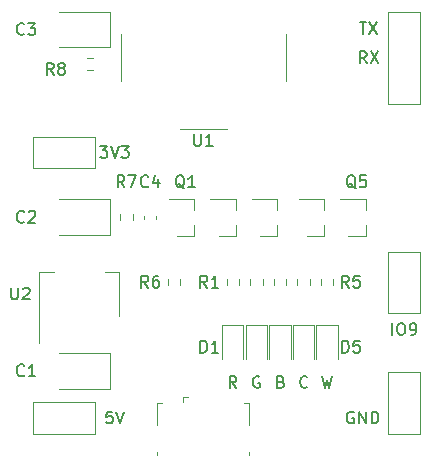
<source format=gto>
G04 #@! TF.GenerationSoftware,KiCad,Pcbnew,5.1.10-88a1d61d58~90~ubuntu20.04.1*
G04 #@! TF.CreationDate,2021-11-08T15:05:55+08:00*
G04 #@! TF.ProjectId,esp32-c3-test,65737033-322d-4633-932d-746573742e6b,rev?*
G04 #@! TF.SameCoordinates,Original*
G04 #@! TF.FileFunction,Legend,Top*
G04 #@! TF.FilePolarity,Positive*
%FSLAX46Y46*%
G04 Gerber Fmt 4.6, Leading zero omitted, Abs format (unit mm)*
G04 Created by KiCad (PCBNEW 5.1.10-88a1d61d58~90~ubuntu20.04.1) date 2021-11-08 15:05:55*
%MOMM*%
%LPD*%
G01*
G04 APERTURE LIST*
%ADD10C,0.150000*%
%ADD11C,0.120000*%
%ADD12C,0.100000*%
%ADD13R,0.400000X0.800000*%
%ADD14R,0.700000X0.700000*%
%ADD15R,0.800000X0.400000*%
%ADD16R,1.450000X1.450000*%
%ADD17O,1.700000X1.700000*%
%ADD18R,0.900000X0.800000*%
%ADD19R,1.500000X2.000000*%
%ADD20R,3.800000X2.000000*%
%ADD21R,1.200000X1.900000*%
%ADD22O,1.200000X1.900000*%
%ADD23R,1.500000X1.900000*%
%ADD24C,1.450000*%
%ADD25R,0.400000X1.350000*%
G04 APERTURE END LIST*
D10*
X112738095Y-91000000D02*
X112642857Y-90952380D01*
X112500000Y-90952380D01*
X112357142Y-91000000D01*
X112261904Y-91095238D01*
X112214285Y-91190476D01*
X112166666Y-91380952D01*
X112166666Y-91523809D01*
X112214285Y-91714285D01*
X112261904Y-91809523D01*
X112357142Y-91904761D01*
X112500000Y-91952380D01*
X112595238Y-91952380D01*
X112738095Y-91904761D01*
X112785714Y-91857142D01*
X112785714Y-91523809D01*
X112595238Y-91523809D01*
X113214285Y-91952380D02*
X113214285Y-90952380D01*
X113785714Y-91952380D01*
X113785714Y-90952380D01*
X114261904Y-91952380D02*
X114261904Y-90952380D01*
X114500000Y-90952380D01*
X114642857Y-91000000D01*
X114738095Y-91095238D01*
X114785714Y-91190476D01*
X114833333Y-91380952D01*
X114833333Y-91523809D01*
X114785714Y-91714285D01*
X114738095Y-91809523D01*
X114642857Y-91904761D01*
X114500000Y-91952380D01*
X114261904Y-91952380D01*
X110071428Y-87952380D02*
X110309523Y-88952380D01*
X110500000Y-88238095D01*
X110690476Y-88952380D01*
X110928571Y-87952380D01*
X108809523Y-88857142D02*
X108761904Y-88904761D01*
X108619047Y-88952380D01*
X108523809Y-88952380D01*
X108380952Y-88904761D01*
X108285714Y-88809523D01*
X108238095Y-88714285D01*
X108190476Y-88523809D01*
X108190476Y-88380952D01*
X108238095Y-88190476D01*
X108285714Y-88095238D01*
X108380952Y-88000000D01*
X108523809Y-87952380D01*
X108619047Y-87952380D01*
X108761904Y-88000000D01*
X108809523Y-88047619D01*
X106571428Y-88428571D02*
X106714285Y-88476190D01*
X106761904Y-88523809D01*
X106809523Y-88619047D01*
X106809523Y-88761904D01*
X106761904Y-88857142D01*
X106714285Y-88904761D01*
X106619047Y-88952380D01*
X106238095Y-88952380D01*
X106238095Y-87952380D01*
X106571428Y-87952380D01*
X106666666Y-88000000D01*
X106714285Y-88047619D01*
X106761904Y-88142857D01*
X106761904Y-88238095D01*
X106714285Y-88333333D01*
X106666666Y-88380952D01*
X106571428Y-88428571D01*
X106238095Y-88428571D01*
X104761904Y-88000000D02*
X104666666Y-87952380D01*
X104523809Y-87952380D01*
X104380952Y-88000000D01*
X104285714Y-88095238D01*
X104238095Y-88190476D01*
X104190476Y-88380952D01*
X104190476Y-88523809D01*
X104238095Y-88714285D01*
X104285714Y-88809523D01*
X104380952Y-88904761D01*
X104523809Y-88952380D01*
X104619047Y-88952380D01*
X104761904Y-88904761D01*
X104809523Y-88857142D01*
X104809523Y-88523809D01*
X104619047Y-88523809D01*
X102809523Y-88952380D02*
X102476190Y-88476190D01*
X102238095Y-88952380D02*
X102238095Y-87952380D01*
X102619047Y-87952380D01*
X102714285Y-88000000D01*
X102761904Y-88047619D01*
X102809523Y-88142857D01*
X102809523Y-88285714D01*
X102761904Y-88380952D01*
X102714285Y-88428571D01*
X102619047Y-88476190D01*
X102238095Y-88476190D01*
X92309523Y-90952380D02*
X91833333Y-90952380D01*
X91785714Y-91428571D01*
X91833333Y-91380952D01*
X91928571Y-91333333D01*
X92166666Y-91333333D01*
X92261904Y-91380952D01*
X92309523Y-91428571D01*
X92357142Y-91523809D01*
X92357142Y-91761904D01*
X92309523Y-91857142D01*
X92261904Y-91904761D01*
X92166666Y-91952380D01*
X91928571Y-91952380D01*
X91833333Y-91904761D01*
X91785714Y-91857142D01*
X92642857Y-90952380D02*
X92976190Y-91952380D01*
X93309523Y-90952380D01*
X91261904Y-68452380D02*
X91880952Y-68452380D01*
X91547619Y-68833333D01*
X91690476Y-68833333D01*
X91785714Y-68880952D01*
X91833333Y-68928571D01*
X91880952Y-69023809D01*
X91880952Y-69261904D01*
X91833333Y-69357142D01*
X91785714Y-69404761D01*
X91690476Y-69452380D01*
X91404761Y-69452380D01*
X91309523Y-69404761D01*
X91261904Y-69357142D01*
X92166666Y-68452380D02*
X92500000Y-69452380D01*
X92833333Y-68452380D01*
X93071428Y-68452380D02*
X93690476Y-68452380D01*
X93357142Y-68833333D01*
X93500000Y-68833333D01*
X93595238Y-68880952D01*
X93642857Y-68928571D01*
X93690476Y-69023809D01*
X93690476Y-69261904D01*
X93642857Y-69357142D01*
X93595238Y-69404761D01*
X93500000Y-69452380D01*
X93214285Y-69452380D01*
X93119047Y-69404761D01*
X93071428Y-69357142D01*
X116000000Y-84452380D02*
X116000000Y-83452380D01*
X116666666Y-83452380D02*
X116857142Y-83452380D01*
X116952380Y-83500000D01*
X117047619Y-83595238D01*
X117095238Y-83785714D01*
X117095238Y-84119047D01*
X117047619Y-84309523D01*
X116952380Y-84404761D01*
X116857142Y-84452380D01*
X116666666Y-84452380D01*
X116571428Y-84404761D01*
X116476190Y-84309523D01*
X116428571Y-84119047D01*
X116428571Y-83785714D01*
X116476190Y-83595238D01*
X116571428Y-83500000D01*
X116666666Y-83452380D01*
X117571428Y-84452380D02*
X117761904Y-84452380D01*
X117857142Y-84404761D01*
X117904761Y-84357142D01*
X118000000Y-84214285D01*
X118047619Y-84023809D01*
X118047619Y-83642857D01*
X118000000Y-83547619D01*
X117952380Y-83500000D01*
X117857142Y-83452380D01*
X117666666Y-83452380D01*
X117571428Y-83500000D01*
X117523809Y-83547619D01*
X117476190Y-83642857D01*
X117476190Y-83880952D01*
X117523809Y-83976190D01*
X117571428Y-84023809D01*
X117666666Y-84071428D01*
X117857142Y-84071428D01*
X117952380Y-84023809D01*
X118000000Y-83976190D01*
X118047619Y-83880952D01*
X113238095Y-57952380D02*
X113809523Y-57952380D01*
X113523809Y-58952380D02*
X113523809Y-57952380D01*
X114047619Y-57952380D02*
X114714285Y-58952380D01*
X114714285Y-57952380D02*
X114047619Y-58952380D01*
X113833333Y-61452380D02*
X113500000Y-60976190D01*
X113261904Y-61452380D02*
X113261904Y-60452380D01*
X113642857Y-60452380D01*
X113738095Y-60500000D01*
X113785714Y-60547619D01*
X113833333Y-60642857D01*
X113833333Y-60785714D01*
X113785714Y-60880952D01*
X113738095Y-60928571D01*
X113642857Y-60976190D01*
X113261904Y-60976190D01*
X114166666Y-60452380D02*
X114833333Y-61452380D01*
X114833333Y-60452380D02*
X114166666Y-61452380D01*
D11*
X93000000Y-59000000D02*
X93000000Y-63000000D01*
X98000000Y-67000000D02*
X102000000Y-67000000D01*
X107000000Y-59000000D02*
X107000000Y-63000000D01*
X118330000Y-87630000D02*
X115670000Y-87630000D01*
X118330000Y-92830000D02*
X118330000Y-87630000D01*
X115670000Y-92830000D02*
X115670000Y-87630000D01*
X118330000Y-92830000D02*
X115670000Y-92830000D01*
X85630000Y-67670000D02*
X85630000Y-70330000D01*
X90830000Y-67670000D02*
X85630000Y-67670000D01*
X90830000Y-70330000D02*
X85630000Y-70330000D01*
X90830000Y-67670000D02*
X90830000Y-70330000D01*
X85630000Y-90170000D02*
X85630000Y-92830000D01*
X90830000Y-90170000D02*
X85630000Y-90170000D01*
X90830000Y-92830000D02*
X85630000Y-92830000D01*
X90830000Y-90170000D02*
X90830000Y-92830000D01*
X118330000Y-77400000D02*
X115670000Y-77400000D01*
X118330000Y-82600000D02*
X118330000Y-77400000D01*
X115670000Y-82600000D02*
X115670000Y-77400000D01*
X118330000Y-82600000D02*
X115670000Y-82600000D01*
X87750000Y-76010000D02*
X92135000Y-76010000D01*
X92135000Y-76010000D02*
X92135000Y-72990000D01*
X92135000Y-72990000D02*
X87750000Y-72990000D01*
X87750000Y-89010000D02*
X92135000Y-89010000D01*
X92135000Y-89010000D02*
X92135000Y-85990000D01*
X92135000Y-85990000D02*
X87750000Y-85990000D01*
X87750000Y-60110000D02*
X92135000Y-60110000D01*
X92135000Y-60110000D02*
X92135000Y-57090000D01*
X92135000Y-57090000D02*
X87750000Y-57090000D01*
X115670000Y-64870000D02*
X118330000Y-64870000D01*
X115670000Y-57130000D02*
X115670000Y-64870000D01*
X118330000Y-57130000D02*
X118330000Y-64870000D01*
X115670000Y-57130000D02*
X118330000Y-57130000D01*
X90667224Y-62022500D02*
X90157776Y-62022500D01*
X90667224Y-60977500D02*
X90157776Y-60977500D01*
X96010000Y-74353733D02*
X96010000Y-74646267D01*
X94990000Y-74353733D02*
X94990000Y-74646267D01*
X92977500Y-74754724D02*
X92977500Y-74245276D01*
X94022500Y-74754724D02*
X94022500Y-74245276D01*
X113760000Y-76080000D02*
X113760000Y-75150000D01*
X113760000Y-72920000D02*
X113760000Y-73850000D01*
X113760000Y-72920000D02*
X111600000Y-72920000D01*
X113760000Y-76080000D02*
X112300000Y-76080000D01*
X110260000Y-76080000D02*
X110260000Y-75150000D01*
X110260000Y-72920000D02*
X110260000Y-73850000D01*
X110260000Y-72920000D02*
X108100000Y-72920000D01*
X110260000Y-76080000D02*
X108800000Y-76080000D01*
X106260000Y-76080000D02*
X106260000Y-75150000D01*
X106260000Y-72920000D02*
X106260000Y-73850000D01*
X106260000Y-72920000D02*
X104100000Y-72920000D01*
X106260000Y-76080000D02*
X104800000Y-76080000D01*
X102760000Y-76080000D02*
X102760000Y-75150000D01*
X102760000Y-72920000D02*
X102760000Y-73850000D01*
X102760000Y-72920000D02*
X100600000Y-72920000D01*
X102760000Y-76080000D02*
X101300000Y-76080000D01*
X99260000Y-76080000D02*
X99260000Y-75150000D01*
X99260000Y-72920000D02*
X99260000Y-73850000D01*
X99260000Y-72920000D02*
X97100000Y-72920000D01*
X99260000Y-76080000D02*
X97800000Y-76080000D01*
X92910000Y-79090000D02*
X91650000Y-79090000D01*
X86090000Y-79090000D02*
X87350000Y-79090000D01*
X92910000Y-82850000D02*
X92910000Y-79090000D01*
X86090000Y-85100000D02*
X86090000Y-79090000D01*
X109977500Y-80254724D02*
X109977500Y-79745276D01*
X111022500Y-80254724D02*
X111022500Y-79745276D01*
X107977500Y-80254724D02*
X107977500Y-79745276D01*
X109022500Y-80254724D02*
X109022500Y-79745276D01*
X105977500Y-80254724D02*
X105977500Y-79745276D01*
X107022500Y-80254724D02*
X107022500Y-79745276D01*
X103977500Y-80254724D02*
X103977500Y-79745276D01*
X105022500Y-80254724D02*
X105022500Y-79745276D01*
X101977500Y-80254724D02*
X101977500Y-79745276D01*
X103022500Y-80254724D02*
X103022500Y-79745276D01*
X98022500Y-79745276D02*
X98022500Y-80254724D01*
X96977500Y-79745276D02*
X96977500Y-80254724D01*
X96100000Y-90237500D02*
X96550000Y-90237500D01*
X96100000Y-92087500D02*
X96100000Y-90237500D01*
X103900000Y-94637500D02*
X103900000Y-94387500D01*
X96100000Y-94637500D02*
X96100000Y-94387500D01*
X103900000Y-92087500D02*
X103900000Y-90237500D01*
X103900000Y-90237500D02*
X103450000Y-90237500D01*
X98300000Y-89687500D02*
X98750000Y-89687500D01*
X98300000Y-89687500D02*
X98300000Y-90137500D01*
X111410000Y-86500000D02*
X111410000Y-83615000D01*
X111410000Y-83615000D02*
X109590000Y-83615000D01*
X109590000Y-83615000D02*
X109590000Y-86500000D01*
X109410000Y-86500000D02*
X109410000Y-83615000D01*
X109410000Y-83615000D02*
X107590000Y-83615000D01*
X107590000Y-83615000D02*
X107590000Y-86500000D01*
X107410000Y-86500000D02*
X107410000Y-83615000D01*
X107410000Y-83615000D02*
X105590000Y-83615000D01*
X105590000Y-83615000D02*
X105590000Y-86500000D01*
X105410000Y-86500000D02*
X105410000Y-83615000D01*
X105410000Y-83615000D02*
X103590000Y-83615000D01*
X103590000Y-83615000D02*
X103590000Y-86500000D01*
X103410000Y-86500000D02*
X103410000Y-83615000D01*
X103410000Y-83615000D02*
X101590000Y-83615000D01*
X101590000Y-83615000D02*
X101590000Y-86500000D01*
D10*
X99238095Y-67452380D02*
X99238095Y-68261904D01*
X99285714Y-68357142D01*
X99333333Y-68404761D01*
X99428571Y-68452380D01*
X99619047Y-68452380D01*
X99714285Y-68404761D01*
X99761904Y-68357142D01*
X99809523Y-68261904D01*
X99809523Y-67452380D01*
X100809523Y-68452380D02*
X100238095Y-68452380D01*
X100523809Y-68452380D02*
X100523809Y-67452380D01*
X100428571Y-67595238D01*
X100333333Y-67690476D01*
X100238095Y-67738095D01*
X84833333Y-74857142D02*
X84785714Y-74904761D01*
X84642857Y-74952380D01*
X84547619Y-74952380D01*
X84404761Y-74904761D01*
X84309523Y-74809523D01*
X84261904Y-74714285D01*
X84214285Y-74523809D01*
X84214285Y-74380952D01*
X84261904Y-74190476D01*
X84309523Y-74095238D01*
X84404761Y-74000000D01*
X84547619Y-73952380D01*
X84642857Y-73952380D01*
X84785714Y-74000000D01*
X84833333Y-74047619D01*
X85214285Y-74047619D02*
X85261904Y-74000000D01*
X85357142Y-73952380D01*
X85595238Y-73952380D01*
X85690476Y-74000000D01*
X85738095Y-74047619D01*
X85785714Y-74142857D01*
X85785714Y-74238095D01*
X85738095Y-74380952D01*
X85166666Y-74952380D01*
X85785714Y-74952380D01*
X84833333Y-87857142D02*
X84785714Y-87904761D01*
X84642857Y-87952380D01*
X84547619Y-87952380D01*
X84404761Y-87904761D01*
X84309523Y-87809523D01*
X84261904Y-87714285D01*
X84214285Y-87523809D01*
X84214285Y-87380952D01*
X84261904Y-87190476D01*
X84309523Y-87095238D01*
X84404761Y-87000000D01*
X84547619Y-86952380D01*
X84642857Y-86952380D01*
X84785714Y-87000000D01*
X84833333Y-87047619D01*
X85785714Y-87952380D02*
X85214285Y-87952380D01*
X85500000Y-87952380D02*
X85500000Y-86952380D01*
X85404761Y-87095238D01*
X85309523Y-87190476D01*
X85214285Y-87238095D01*
X84833333Y-58957142D02*
X84785714Y-59004761D01*
X84642857Y-59052380D01*
X84547619Y-59052380D01*
X84404761Y-59004761D01*
X84309523Y-58909523D01*
X84261904Y-58814285D01*
X84214285Y-58623809D01*
X84214285Y-58480952D01*
X84261904Y-58290476D01*
X84309523Y-58195238D01*
X84404761Y-58100000D01*
X84547619Y-58052380D01*
X84642857Y-58052380D01*
X84785714Y-58100000D01*
X84833333Y-58147619D01*
X85166666Y-58052380D02*
X85785714Y-58052380D01*
X85452380Y-58433333D01*
X85595238Y-58433333D01*
X85690476Y-58480952D01*
X85738095Y-58528571D01*
X85785714Y-58623809D01*
X85785714Y-58861904D01*
X85738095Y-58957142D01*
X85690476Y-59004761D01*
X85595238Y-59052380D01*
X85309523Y-59052380D01*
X85214285Y-59004761D01*
X85166666Y-58957142D01*
X87333333Y-62452380D02*
X87000000Y-61976190D01*
X86761904Y-62452380D02*
X86761904Y-61452380D01*
X87142857Y-61452380D01*
X87238095Y-61500000D01*
X87285714Y-61547619D01*
X87333333Y-61642857D01*
X87333333Y-61785714D01*
X87285714Y-61880952D01*
X87238095Y-61928571D01*
X87142857Y-61976190D01*
X86761904Y-61976190D01*
X87904761Y-61880952D02*
X87809523Y-61833333D01*
X87761904Y-61785714D01*
X87714285Y-61690476D01*
X87714285Y-61642857D01*
X87761904Y-61547619D01*
X87809523Y-61500000D01*
X87904761Y-61452380D01*
X88095238Y-61452380D01*
X88190476Y-61500000D01*
X88238095Y-61547619D01*
X88285714Y-61642857D01*
X88285714Y-61690476D01*
X88238095Y-61785714D01*
X88190476Y-61833333D01*
X88095238Y-61880952D01*
X87904761Y-61880952D01*
X87809523Y-61928571D01*
X87761904Y-61976190D01*
X87714285Y-62071428D01*
X87714285Y-62261904D01*
X87761904Y-62357142D01*
X87809523Y-62404761D01*
X87904761Y-62452380D01*
X88095238Y-62452380D01*
X88190476Y-62404761D01*
X88238095Y-62357142D01*
X88285714Y-62261904D01*
X88285714Y-62071428D01*
X88238095Y-61976190D01*
X88190476Y-61928571D01*
X88095238Y-61880952D01*
X95333333Y-71857142D02*
X95285714Y-71904761D01*
X95142857Y-71952380D01*
X95047619Y-71952380D01*
X94904761Y-71904761D01*
X94809523Y-71809523D01*
X94761904Y-71714285D01*
X94714285Y-71523809D01*
X94714285Y-71380952D01*
X94761904Y-71190476D01*
X94809523Y-71095238D01*
X94904761Y-71000000D01*
X95047619Y-70952380D01*
X95142857Y-70952380D01*
X95285714Y-71000000D01*
X95333333Y-71047619D01*
X96190476Y-71285714D02*
X96190476Y-71952380D01*
X95952380Y-70904761D02*
X95714285Y-71619047D01*
X96333333Y-71619047D01*
X93333333Y-71952380D02*
X93000000Y-71476190D01*
X92761904Y-71952380D02*
X92761904Y-70952380D01*
X93142857Y-70952380D01*
X93238095Y-71000000D01*
X93285714Y-71047619D01*
X93333333Y-71142857D01*
X93333333Y-71285714D01*
X93285714Y-71380952D01*
X93238095Y-71428571D01*
X93142857Y-71476190D01*
X92761904Y-71476190D01*
X93666666Y-70952380D02*
X94333333Y-70952380D01*
X93904761Y-71952380D01*
X112904761Y-72047619D02*
X112809523Y-72000000D01*
X112714285Y-71904761D01*
X112571428Y-71761904D01*
X112476190Y-71714285D01*
X112380952Y-71714285D01*
X112428571Y-71952380D02*
X112333333Y-71904761D01*
X112238095Y-71809523D01*
X112190476Y-71619047D01*
X112190476Y-71285714D01*
X112238095Y-71095238D01*
X112333333Y-71000000D01*
X112428571Y-70952380D01*
X112619047Y-70952380D01*
X112714285Y-71000000D01*
X112809523Y-71095238D01*
X112857142Y-71285714D01*
X112857142Y-71619047D01*
X112809523Y-71809523D01*
X112714285Y-71904761D01*
X112619047Y-71952380D01*
X112428571Y-71952380D01*
X113761904Y-70952380D02*
X113285714Y-70952380D01*
X113238095Y-71428571D01*
X113285714Y-71380952D01*
X113380952Y-71333333D01*
X113619047Y-71333333D01*
X113714285Y-71380952D01*
X113761904Y-71428571D01*
X113809523Y-71523809D01*
X113809523Y-71761904D01*
X113761904Y-71857142D01*
X113714285Y-71904761D01*
X113619047Y-71952380D01*
X113380952Y-71952380D01*
X113285714Y-71904761D01*
X113238095Y-71857142D01*
X98404761Y-72047619D02*
X98309523Y-72000000D01*
X98214285Y-71904761D01*
X98071428Y-71761904D01*
X97976190Y-71714285D01*
X97880952Y-71714285D01*
X97928571Y-71952380D02*
X97833333Y-71904761D01*
X97738095Y-71809523D01*
X97690476Y-71619047D01*
X97690476Y-71285714D01*
X97738095Y-71095238D01*
X97833333Y-71000000D01*
X97928571Y-70952380D01*
X98119047Y-70952380D01*
X98214285Y-71000000D01*
X98309523Y-71095238D01*
X98357142Y-71285714D01*
X98357142Y-71619047D01*
X98309523Y-71809523D01*
X98214285Y-71904761D01*
X98119047Y-71952380D01*
X97928571Y-71952380D01*
X99309523Y-71952380D02*
X98738095Y-71952380D01*
X99023809Y-71952380D02*
X99023809Y-70952380D01*
X98928571Y-71095238D01*
X98833333Y-71190476D01*
X98738095Y-71238095D01*
X83738095Y-80452380D02*
X83738095Y-81261904D01*
X83785714Y-81357142D01*
X83833333Y-81404761D01*
X83928571Y-81452380D01*
X84119047Y-81452380D01*
X84214285Y-81404761D01*
X84261904Y-81357142D01*
X84309523Y-81261904D01*
X84309523Y-80452380D01*
X84738095Y-80547619D02*
X84785714Y-80500000D01*
X84880952Y-80452380D01*
X85119047Y-80452380D01*
X85214285Y-80500000D01*
X85261904Y-80547619D01*
X85309523Y-80642857D01*
X85309523Y-80738095D01*
X85261904Y-80880952D01*
X84690476Y-81452380D01*
X85309523Y-81452380D01*
X112333333Y-80452380D02*
X112000000Y-79976190D01*
X111761904Y-80452380D02*
X111761904Y-79452380D01*
X112142857Y-79452380D01*
X112238095Y-79500000D01*
X112285714Y-79547619D01*
X112333333Y-79642857D01*
X112333333Y-79785714D01*
X112285714Y-79880952D01*
X112238095Y-79928571D01*
X112142857Y-79976190D01*
X111761904Y-79976190D01*
X113238095Y-79452380D02*
X112761904Y-79452380D01*
X112714285Y-79928571D01*
X112761904Y-79880952D01*
X112857142Y-79833333D01*
X113095238Y-79833333D01*
X113190476Y-79880952D01*
X113238095Y-79928571D01*
X113285714Y-80023809D01*
X113285714Y-80261904D01*
X113238095Y-80357142D01*
X113190476Y-80404761D01*
X113095238Y-80452380D01*
X112857142Y-80452380D01*
X112761904Y-80404761D01*
X112714285Y-80357142D01*
X100333333Y-80452380D02*
X100000000Y-79976190D01*
X99761904Y-80452380D02*
X99761904Y-79452380D01*
X100142857Y-79452380D01*
X100238095Y-79500000D01*
X100285714Y-79547619D01*
X100333333Y-79642857D01*
X100333333Y-79785714D01*
X100285714Y-79880952D01*
X100238095Y-79928571D01*
X100142857Y-79976190D01*
X99761904Y-79976190D01*
X101285714Y-80452380D02*
X100714285Y-80452380D01*
X101000000Y-80452380D02*
X101000000Y-79452380D01*
X100904761Y-79595238D01*
X100809523Y-79690476D01*
X100714285Y-79738095D01*
X95333333Y-80452380D02*
X95000000Y-79976190D01*
X94761904Y-80452380D02*
X94761904Y-79452380D01*
X95142857Y-79452380D01*
X95238095Y-79500000D01*
X95285714Y-79547619D01*
X95333333Y-79642857D01*
X95333333Y-79785714D01*
X95285714Y-79880952D01*
X95238095Y-79928571D01*
X95142857Y-79976190D01*
X94761904Y-79976190D01*
X96190476Y-79452380D02*
X96000000Y-79452380D01*
X95904761Y-79500000D01*
X95857142Y-79547619D01*
X95761904Y-79690476D01*
X95714285Y-79880952D01*
X95714285Y-80261904D01*
X95761904Y-80357142D01*
X95809523Y-80404761D01*
X95904761Y-80452380D01*
X96095238Y-80452380D01*
X96190476Y-80404761D01*
X96238095Y-80357142D01*
X96285714Y-80261904D01*
X96285714Y-80023809D01*
X96238095Y-79928571D01*
X96190476Y-79880952D01*
X96095238Y-79833333D01*
X95904761Y-79833333D01*
X95809523Y-79880952D01*
X95761904Y-79928571D01*
X95714285Y-80023809D01*
X111761904Y-85952380D02*
X111761904Y-84952380D01*
X112000000Y-84952380D01*
X112142857Y-85000000D01*
X112238095Y-85095238D01*
X112285714Y-85190476D01*
X112333333Y-85380952D01*
X112333333Y-85523809D01*
X112285714Y-85714285D01*
X112238095Y-85809523D01*
X112142857Y-85904761D01*
X112000000Y-85952380D01*
X111761904Y-85952380D01*
X113238095Y-84952380D02*
X112761904Y-84952380D01*
X112714285Y-85428571D01*
X112761904Y-85380952D01*
X112857142Y-85333333D01*
X113095238Y-85333333D01*
X113190476Y-85380952D01*
X113238095Y-85428571D01*
X113285714Y-85523809D01*
X113285714Y-85761904D01*
X113238095Y-85857142D01*
X113190476Y-85904761D01*
X113095238Y-85952380D01*
X112857142Y-85952380D01*
X112761904Y-85904761D01*
X112714285Y-85857142D01*
X99761904Y-85952380D02*
X99761904Y-84952380D01*
X100000000Y-84952380D01*
X100142857Y-85000000D01*
X100238095Y-85095238D01*
X100285714Y-85190476D01*
X100333333Y-85380952D01*
X100333333Y-85523809D01*
X100285714Y-85714285D01*
X100238095Y-85809523D01*
X100142857Y-85904761D01*
X100000000Y-85952380D01*
X99761904Y-85952380D01*
X101285714Y-85952380D02*
X100714285Y-85952380D01*
X101000000Y-85952380D02*
X101000000Y-84952380D01*
X100904761Y-85095238D01*
X100809523Y-85190476D01*
X100714285Y-85238095D01*
%LPC*%
D12*
G36*
X98750000Y-59750000D02*
G01*
X97300000Y-59750000D01*
X97300000Y-58900000D01*
X97900000Y-58300000D01*
X98750000Y-58300000D01*
X98750000Y-59750000D01*
G37*
D13*
X95200000Y-56100000D03*
X96000000Y-56100000D03*
X96800000Y-56100000D03*
X97600000Y-56100000D03*
X98400000Y-56100000D03*
X99200000Y-56100000D03*
X100000000Y-56100000D03*
X100800000Y-56100000D03*
X101600000Y-56100000D03*
X102400000Y-56100000D03*
X103200000Y-56100000D03*
X104000000Y-56100000D03*
X104800000Y-56100000D03*
X104800000Y-65900000D03*
X104000000Y-65900000D03*
X103200000Y-65900000D03*
X102400000Y-65900000D03*
X101600000Y-65900000D03*
X100800000Y-65900000D03*
X100000000Y-65900000D03*
X99200000Y-65900000D03*
X98400000Y-65900000D03*
X97600000Y-65900000D03*
X96800000Y-65900000D03*
X96000000Y-65900000D03*
X95200000Y-65900000D03*
D14*
X94050000Y-56050000D03*
X94050000Y-65950000D03*
X105950000Y-65950000D03*
X105950000Y-56050000D03*
D15*
X105900000Y-57000000D03*
X105900000Y-57800000D03*
X105900000Y-58600000D03*
X105900000Y-59400000D03*
X105900000Y-60200000D03*
X105900000Y-61000000D03*
X105900000Y-61800000D03*
X105900000Y-62600000D03*
X105900000Y-63400000D03*
X105900000Y-64200000D03*
X105900000Y-65000000D03*
X94100000Y-65000000D03*
X94100000Y-64200000D03*
X94100000Y-63400000D03*
X94100000Y-62600000D03*
X94100000Y-61800000D03*
X94100000Y-61000000D03*
X94100000Y-60200000D03*
X94100000Y-59400000D03*
X94100000Y-58600000D03*
X94100000Y-57800000D03*
X94100000Y-57000000D03*
D16*
X101975000Y-59025000D03*
X100000000Y-59025000D03*
X98025000Y-61000000D03*
X98025000Y-62975000D03*
X100000000Y-62975000D03*
X101975000Y-62975000D03*
X101975000Y-61000000D03*
X100000000Y-61000000D03*
D17*
X117000000Y-91500000D03*
X117000000Y-88960000D03*
X89500000Y-69000000D03*
X86960000Y-69000000D03*
X89500000Y-91500000D03*
X86960000Y-91500000D03*
X97500000Y-85500000D03*
X117000000Y-81270000D03*
X117000000Y-78730000D03*
G36*
G01*
X88625000Y-73575000D02*
X88625000Y-75425000D01*
G75*
G02*
X88375000Y-75675000I-250000J0D01*
G01*
X87375000Y-75675000D01*
G75*
G02*
X87125000Y-75425000I0J250000D01*
G01*
X87125000Y-73575000D01*
G75*
G02*
X87375000Y-73325000I250000J0D01*
G01*
X88375000Y-73325000D01*
G75*
G02*
X88625000Y-73575000I0J-250000D01*
G01*
G37*
G36*
G01*
X91875000Y-73575000D02*
X91875000Y-75425000D01*
G75*
G02*
X91625000Y-75675000I-250000J0D01*
G01*
X90625000Y-75675000D01*
G75*
G02*
X90375000Y-75425000I0J250000D01*
G01*
X90375000Y-73575000D01*
G75*
G02*
X90625000Y-73325000I250000J0D01*
G01*
X91625000Y-73325000D01*
G75*
G02*
X91875000Y-73575000I0J-250000D01*
G01*
G37*
G36*
G01*
X88625000Y-86575000D02*
X88625000Y-88425000D01*
G75*
G02*
X88375000Y-88675000I-250000J0D01*
G01*
X87375000Y-88675000D01*
G75*
G02*
X87125000Y-88425000I0J250000D01*
G01*
X87125000Y-86575000D01*
G75*
G02*
X87375000Y-86325000I250000J0D01*
G01*
X88375000Y-86325000D01*
G75*
G02*
X88625000Y-86575000I0J-250000D01*
G01*
G37*
G36*
G01*
X91875000Y-86575000D02*
X91875000Y-88425000D01*
G75*
G02*
X91625000Y-88675000I-250000J0D01*
G01*
X90625000Y-88675000D01*
G75*
G02*
X90375000Y-88425000I0J250000D01*
G01*
X90375000Y-86575000D01*
G75*
G02*
X90625000Y-86325000I250000J0D01*
G01*
X91625000Y-86325000D01*
G75*
G02*
X91875000Y-86575000I0J-250000D01*
G01*
G37*
G36*
G01*
X88625000Y-57675000D02*
X88625000Y-59525000D01*
G75*
G02*
X88375000Y-59775000I-250000J0D01*
G01*
X87375000Y-59775000D01*
G75*
G02*
X87125000Y-59525000I0J250000D01*
G01*
X87125000Y-57675000D01*
G75*
G02*
X87375000Y-57425000I250000J0D01*
G01*
X88375000Y-57425000D01*
G75*
G02*
X88625000Y-57675000I0J-250000D01*
G01*
G37*
G36*
G01*
X91875000Y-57675000D02*
X91875000Y-59525000D01*
G75*
G02*
X91625000Y-59775000I-250000J0D01*
G01*
X90625000Y-59775000D01*
G75*
G02*
X90375000Y-59525000I0J250000D01*
G01*
X90375000Y-57675000D01*
G75*
G02*
X90625000Y-57425000I250000J0D01*
G01*
X91625000Y-57425000D01*
G75*
G02*
X91875000Y-57675000I0J-250000D01*
G01*
G37*
X117000000Y-58460000D03*
X117000000Y-61000000D03*
X117000000Y-63540000D03*
G36*
G01*
X89987500Y-61262500D02*
X89987500Y-61737500D01*
G75*
G02*
X89750000Y-61975000I-237500J0D01*
G01*
X89250000Y-61975000D01*
G75*
G02*
X89012500Y-61737500I0J237500D01*
G01*
X89012500Y-61262500D01*
G75*
G02*
X89250000Y-61025000I237500J0D01*
G01*
X89750000Y-61025000D01*
G75*
G02*
X89987500Y-61262500I0J-237500D01*
G01*
G37*
G36*
G01*
X91812500Y-61262500D02*
X91812500Y-61737500D01*
G75*
G02*
X91575000Y-61975000I-237500J0D01*
G01*
X91075000Y-61975000D01*
G75*
G02*
X90837500Y-61737500I0J237500D01*
G01*
X90837500Y-61262500D01*
G75*
G02*
X91075000Y-61025000I237500J0D01*
G01*
X91575000Y-61025000D01*
G75*
G02*
X91812500Y-61262500I0J-237500D01*
G01*
G37*
G36*
G01*
X95262500Y-74825000D02*
X95737500Y-74825000D01*
G75*
G02*
X95975000Y-75062500I0J-237500D01*
G01*
X95975000Y-75662500D01*
G75*
G02*
X95737500Y-75900000I-237500J0D01*
G01*
X95262500Y-75900000D01*
G75*
G02*
X95025000Y-75662500I0J237500D01*
G01*
X95025000Y-75062500D01*
G75*
G02*
X95262500Y-74825000I237500J0D01*
G01*
G37*
G36*
G01*
X95262500Y-73100000D02*
X95737500Y-73100000D01*
G75*
G02*
X95975000Y-73337500I0J-237500D01*
G01*
X95975000Y-73937500D01*
G75*
G02*
X95737500Y-74175000I-237500J0D01*
G01*
X95262500Y-74175000D01*
G75*
G02*
X95025000Y-73937500I0J237500D01*
G01*
X95025000Y-73337500D01*
G75*
G02*
X95262500Y-73100000I237500J0D01*
G01*
G37*
G36*
G01*
X93737500Y-74075000D02*
X93262500Y-74075000D01*
G75*
G02*
X93025000Y-73837500I0J237500D01*
G01*
X93025000Y-73337500D01*
G75*
G02*
X93262500Y-73100000I237500J0D01*
G01*
X93737500Y-73100000D01*
G75*
G02*
X93975000Y-73337500I0J-237500D01*
G01*
X93975000Y-73837500D01*
G75*
G02*
X93737500Y-74075000I-237500J0D01*
G01*
G37*
G36*
G01*
X93737500Y-75900000D02*
X93262500Y-75900000D01*
G75*
G02*
X93025000Y-75662500I0J237500D01*
G01*
X93025000Y-75162500D01*
G75*
G02*
X93262500Y-74925000I237500J0D01*
G01*
X93737500Y-74925000D01*
G75*
G02*
X93975000Y-75162500I0J-237500D01*
G01*
X93975000Y-75662500D01*
G75*
G02*
X93737500Y-75900000I-237500J0D01*
G01*
G37*
D18*
X114000000Y-74500000D03*
X112000000Y-75450000D03*
X112000000Y-73550000D03*
X110500000Y-74500000D03*
X108500000Y-75450000D03*
X108500000Y-73550000D03*
X106500000Y-74500000D03*
X104500000Y-75450000D03*
X104500000Y-73550000D03*
X103000000Y-74500000D03*
X101000000Y-75450000D03*
X101000000Y-73550000D03*
X99500000Y-74500000D03*
X97500000Y-75450000D03*
X97500000Y-73550000D03*
D19*
X87200000Y-84150000D03*
X91800000Y-84150000D03*
X89500000Y-84150000D03*
D20*
X89500000Y-77850000D03*
G36*
G01*
X110737500Y-79575000D02*
X110262500Y-79575000D01*
G75*
G02*
X110025000Y-79337500I0J237500D01*
G01*
X110025000Y-78837500D01*
G75*
G02*
X110262500Y-78600000I237500J0D01*
G01*
X110737500Y-78600000D01*
G75*
G02*
X110975000Y-78837500I0J-237500D01*
G01*
X110975000Y-79337500D01*
G75*
G02*
X110737500Y-79575000I-237500J0D01*
G01*
G37*
G36*
G01*
X110737500Y-81400000D02*
X110262500Y-81400000D01*
G75*
G02*
X110025000Y-81162500I0J237500D01*
G01*
X110025000Y-80662500D01*
G75*
G02*
X110262500Y-80425000I237500J0D01*
G01*
X110737500Y-80425000D01*
G75*
G02*
X110975000Y-80662500I0J-237500D01*
G01*
X110975000Y-81162500D01*
G75*
G02*
X110737500Y-81400000I-237500J0D01*
G01*
G37*
G36*
G01*
X108737500Y-79575000D02*
X108262500Y-79575000D01*
G75*
G02*
X108025000Y-79337500I0J237500D01*
G01*
X108025000Y-78837500D01*
G75*
G02*
X108262500Y-78600000I237500J0D01*
G01*
X108737500Y-78600000D01*
G75*
G02*
X108975000Y-78837500I0J-237500D01*
G01*
X108975000Y-79337500D01*
G75*
G02*
X108737500Y-79575000I-237500J0D01*
G01*
G37*
G36*
G01*
X108737500Y-81400000D02*
X108262500Y-81400000D01*
G75*
G02*
X108025000Y-81162500I0J237500D01*
G01*
X108025000Y-80662500D01*
G75*
G02*
X108262500Y-80425000I237500J0D01*
G01*
X108737500Y-80425000D01*
G75*
G02*
X108975000Y-80662500I0J-237500D01*
G01*
X108975000Y-81162500D01*
G75*
G02*
X108737500Y-81400000I-237500J0D01*
G01*
G37*
G36*
G01*
X106737500Y-79575000D02*
X106262500Y-79575000D01*
G75*
G02*
X106025000Y-79337500I0J237500D01*
G01*
X106025000Y-78837500D01*
G75*
G02*
X106262500Y-78600000I237500J0D01*
G01*
X106737500Y-78600000D01*
G75*
G02*
X106975000Y-78837500I0J-237500D01*
G01*
X106975000Y-79337500D01*
G75*
G02*
X106737500Y-79575000I-237500J0D01*
G01*
G37*
G36*
G01*
X106737500Y-81400000D02*
X106262500Y-81400000D01*
G75*
G02*
X106025000Y-81162500I0J237500D01*
G01*
X106025000Y-80662500D01*
G75*
G02*
X106262500Y-80425000I237500J0D01*
G01*
X106737500Y-80425000D01*
G75*
G02*
X106975000Y-80662500I0J-237500D01*
G01*
X106975000Y-81162500D01*
G75*
G02*
X106737500Y-81400000I-237500J0D01*
G01*
G37*
G36*
G01*
X104737500Y-79575000D02*
X104262500Y-79575000D01*
G75*
G02*
X104025000Y-79337500I0J237500D01*
G01*
X104025000Y-78837500D01*
G75*
G02*
X104262500Y-78600000I237500J0D01*
G01*
X104737500Y-78600000D01*
G75*
G02*
X104975000Y-78837500I0J-237500D01*
G01*
X104975000Y-79337500D01*
G75*
G02*
X104737500Y-79575000I-237500J0D01*
G01*
G37*
G36*
G01*
X104737500Y-81400000D02*
X104262500Y-81400000D01*
G75*
G02*
X104025000Y-81162500I0J237500D01*
G01*
X104025000Y-80662500D01*
G75*
G02*
X104262500Y-80425000I237500J0D01*
G01*
X104737500Y-80425000D01*
G75*
G02*
X104975000Y-80662500I0J-237500D01*
G01*
X104975000Y-81162500D01*
G75*
G02*
X104737500Y-81400000I-237500J0D01*
G01*
G37*
G36*
G01*
X102737500Y-79575000D02*
X102262500Y-79575000D01*
G75*
G02*
X102025000Y-79337500I0J237500D01*
G01*
X102025000Y-78837500D01*
G75*
G02*
X102262500Y-78600000I237500J0D01*
G01*
X102737500Y-78600000D01*
G75*
G02*
X102975000Y-78837500I0J-237500D01*
G01*
X102975000Y-79337500D01*
G75*
G02*
X102737500Y-79575000I-237500J0D01*
G01*
G37*
G36*
G01*
X102737500Y-81400000D02*
X102262500Y-81400000D01*
G75*
G02*
X102025000Y-81162500I0J237500D01*
G01*
X102025000Y-80662500D01*
G75*
G02*
X102262500Y-80425000I237500J0D01*
G01*
X102737500Y-80425000D01*
G75*
G02*
X102975000Y-80662500I0J-237500D01*
G01*
X102975000Y-81162500D01*
G75*
G02*
X102737500Y-81400000I-237500J0D01*
G01*
G37*
G36*
G01*
X97262500Y-80425000D02*
X97737500Y-80425000D01*
G75*
G02*
X97975000Y-80662500I0J-237500D01*
G01*
X97975000Y-81162500D01*
G75*
G02*
X97737500Y-81400000I-237500J0D01*
G01*
X97262500Y-81400000D01*
G75*
G02*
X97025000Y-81162500I0J237500D01*
G01*
X97025000Y-80662500D01*
G75*
G02*
X97262500Y-80425000I237500J0D01*
G01*
G37*
G36*
G01*
X97262500Y-78600000D02*
X97737500Y-78600000D01*
G75*
G02*
X97975000Y-78837500I0J-237500D01*
G01*
X97975000Y-79337500D01*
G75*
G02*
X97737500Y-79575000I-237500J0D01*
G01*
X97262500Y-79575000D01*
G75*
G02*
X97025000Y-79337500I0J237500D01*
G01*
X97025000Y-78837500D01*
G75*
G02*
X97262500Y-78600000I237500J0D01*
G01*
G37*
D21*
X97100000Y-93237500D03*
X102900000Y-93237500D03*
D22*
X103500000Y-93237500D03*
X96500000Y-93237500D03*
D23*
X99000000Y-93237500D03*
D24*
X102500000Y-90537500D03*
D25*
X100000000Y-90537500D03*
X100650000Y-90537500D03*
X101300000Y-90537500D03*
X98700000Y-90537500D03*
X99350000Y-90537500D03*
D24*
X97500000Y-90537500D03*
D23*
X101000000Y-93237500D03*
G36*
G01*
X110099999Y-85800000D02*
X110900001Y-85800000D01*
G75*
G02*
X111150000Y-86049999I0J-249999D01*
G01*
X111150000Y-86875001D01*
G75*
G02*
X110900001Y-87125000I-249999J0D01*
G01*
X110099999Y-87125000D01*
G75*
G02*
X109850000Y-86875001I0J249999D01*
G01*
X109850000Y-86049999D01*
G75*
G02*
X110099999Y-85800000I249999J0D01*
G01*
G37*
G36*
G01*
X110099999Y-83875000D02*
X110900001Y-83875000D01*
G75*
G02*
X111150000Y-84124999I0J-249999D01*
G01*
X111150000Y-84950001D01*
G75*
G02*
X110900001Y-85200000I-249999J0D01*
G01*
X110099999Y-85200000D01*
G75*
G02*
X109850000Y-84950001I0J249999D01*
G01*
X109850000Y-84124999D01*
G75*
G02*
X110099999Y-83875000I249999J0D01*
G01*
G37*
G36*
G01*
X108099999Y-85800000D02*
X108900001Y-85800000D01*
G75*
G02*
X109150000Y-86049999I0J-249999D01*
G01*
X109150000Y-86875001D01*
G75*
G02*
X108900001Y-87125000I-249999J0D01*
G01*
X108099999Y-87125000D01*
G75*
G02*
X107850000Y-86875001I0J249999D01*
G01*
X107850000Y-86049999D01*
G75*
G02*
X108099999Y-85800000I249999J0D01*
G01*
G37*
G36*
G01*
X108099999Y-83875000D02*
X108900001Y-83875000D01*
G75*
G02*
X109150000Y-84124999I0J-249999D01*
G01*
X109150000Y-84950001D01*
G75*
G02*
X108900001Y-85200000I-249999J0D01*
G01*
X108099999Y-85200000D01*
G75*
G02*
X107850000Y-84950001I0J249999D01*
G01*
X107850000Y-84124999D01*
G75*
G02*
X108099999Y-83875000I249999J0D01*
G01*
G37*
G36*
G01*
X106099999Y-85800000D02*
X106900001Y-85800000D01*
G75*
G02*
X107150000Y-86049999I0J-249999D01*
G01*
X107150000Y-86875001D01*
G75*
G02*
X106900001Y-87125000I-249999J0D01*
G01*
X106099999Y-87125000D01*
G75*
G02*
X105850000Y-86875001I0J249999D01*
G01*
X105850000Y-86049999D01*
G75*
G02*
X106099999Y-85800000I249999J0D01*
G01*
G37*
G36*
G01*
X106099999Y-83875000D02*
X106900001Y-83875000D01*
G75*
G02*
X107150000Y-84124999I0J-249999D01*
G01*
X107150000Y-84950001D01*
G75*
G02*
X106900001Y-85200000I-249999J0D01*
G01*
X106099999Y-85200000D01*
G75*
G02*
X105850000Y-84950001I0J249999D01*
G01*
X105850000Y-84124999D01*
G75*
G02*
X106099999Y-83875000I249999J0D01*
G01*
G37*
G36*
G01*
X104099999Y-85800000D02*
X104900001Y-85800000D01*
G75*
G02*
X105150000Y-86049999I0J-249999D01*
G01*
X105150000Y-86875001D01*
G75*
G02*
X104900001Y-87125000I-249999J0D01*
G01*
X104099999Y-87125000D01*
G75*
G02*
X103850000Y-86875001I0J249999D01*
G01*
X103850000Y-86049999D01*
G75*
G02*
X104099999Y-85800000I249999J0D01*
G01*
G37*
G36*
G01*
X104099999Y-83875000D02*
X104900001Y-83875000D01*
G75*
G02*
X105150000Y-84124999I0J-249999D01*
G01*
X105150000Y-84950001D01*
G75*
G02*
X104900001Y-85200000I-249999J0D01*
G01*
X104099999Y-85200000D01*
G75*
G02*
X103850000Y-84950001I0J249999D01*
G01*
X103850000Y-84124999D01*
G75*
G02*
X104099999Y-83875000I249999J0D01*
G01*
G37*
G36*
G01*
X102099999Y-85800000D02*
X102900001Y-85800000D01*
G75*
G02*
X103150000Y-86049999I0J-249999D01*
G01*
X103150000Y-86875001D01*
G75*
G02*
X102900001Y-87125000I-249999J0D01*
G01*
X102099999Y-87125000D01*
G75*
G02*
X101850000Y-86875001I0J249999D01*
G01*
X101850000Y-86049999D01*
G75*
G02*
X102099999Y-85800000I249999J0D01*
G01*
G37*
G36*
G01*
X102099999Y-83875000D02*
X102900001Y-83875000D01*
G75*
G02*
X103150000Y-84124999I0J-249999D01*
G01*
X103150000Y-84950001D01*
G75*
G02*
X102900001Y-85200000I-249999J0D01*
G01*
X102099999Y-85200000D01*
G75*
G02*
X101850000Y-84950001I0J249999D01*
G01*
X101850000Y-84124999D01*
G75*
G02*
X102099999Y-83875000I249999J0D01*
G01*
G37*
M02*

</source>
